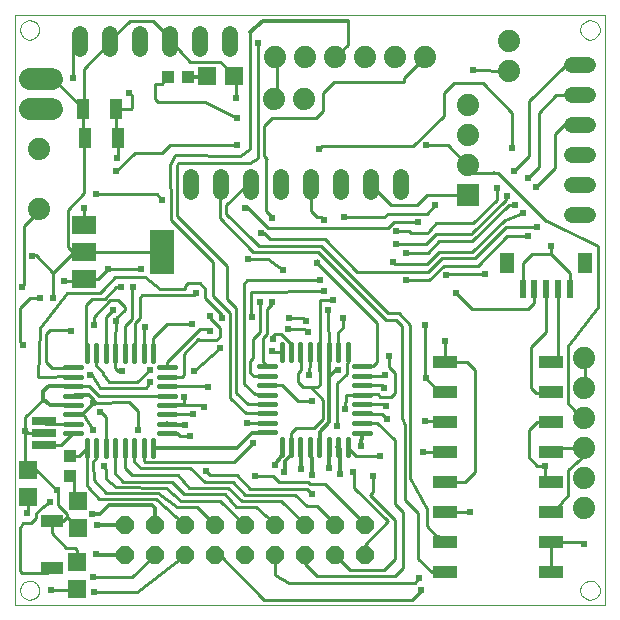
<source format=gtl>
G75*
G70*
%OFA0B0*%
%FSLAX24Y24*%
%IPPOS*%
%LPD*%
%AMOC8*
5,1,8,0,0,1.08239X$1,22.5*
%
%ADD10C,0.0000*%
%ADD11C,0.0170*%
%ADD12R,0.0440X0.0700*%
%ADD13R,0.0600X0.0600*%
%ADD14C,0.0520*%
%ADD15R,0.0787X0.0276*%
%ADD16R,0.0780X0.0400*%
%ADD17R,0.0800X0.0600*%
%ADD18R,0.0800X0.1500*%
%ADD19C,0.0740*%
%ADD20R,0.0740X0.0740*%
%ADD21R,0.0472X0.0709*%
%ADD22R,0.0236X0.0610*%
%ADD23OC8,0.0600*%
%ADD24R,0.0433X0.0394*%
%ADD25C,0.0740*%
%ADD26R,0.0790X0.0430*%
%ADD27R,0.0394X0.0433*%
%ADD28C,0.0098*%
%ADD29C,0.0242*%
%ADD30C,0.0118*%
D10*
X000534Y000171D02*
X000534Y019856D01*
X020219Y019856D01*
X020211Y000171D01*
X000534Y000171D01*
X000709Y000671D02*
X000746Y000822D01*
X000849Y000938D01*
X000995Y000994D01*
X001149Y000975D01*
X001277Y000887D01*
X001350Y000749D01*
X001350Y000593D01*
X001277Y000455D01*
X001149Y000367D01*
X000995Y000348D01*
X000849Y000404D01*
X000746Y000520D01*
X000709Y000671D01*
X000709Y019349D02*
X000746Y019500D01*
X000849Y019616D01*
X000995Y019672D01*
X001149Y019653D01*
X001277Y019565D01*
X001350Y019427D01*
X001350Y019271D01*
X001277Y019133D01*
X001149Y019045D01*
X000995Y019026D01*
X000849Y019082D01*
X000746Y019198D01*
X000709Y019349D01*
X019386Y019349D02*
X019423Y019500D01*
X019526Y019616D01*
X019672Y019672D01*
X019826Y019653D01*
X019954Y019565D01*
X020027Y019427D01*
X020027Y019271D01*
X019954Y019133D01*
X019826Y019045D01*
X019672Y019026D01*
X019526Y019082D01*
X019423Y019198D01*
X019386Y019349D01*
X019386Y000671D02*
X019423Y000822D01*
X019526Y000938D01*
X019672Y000994D01*
X019826Y000975D01*
X019954Y000887D01*
X020027Y000749D01*
X020027Y000593D01*
X019954Y000455D01*
X019826Y000367D01*
X019672Y000348D01*
X019526Y000404D01*
X019423Y000520D01*
X019386Y000671D01*
D11*
X012364Y005927D02*
X011834Y005927D01*
X011834Y006247D02*
X012364Y006247D01*
X012364Y006567D02*
X011834Y006567D01*
X011834Y006877D02*
X012364Y006877D01*
X012364Y007187D02*
X011834Y007187D01*
X011834Y007507D02*
X012364Y007507D01*
X012364Y007817D02*
X011834Y007817D01*
X011834Y008137D02*
X012364Y008137D01*
X011629Y008342D02*
X011629Y008872D01*
X011314Y008872D02*
X011314Y008342D01*
X010999Y008342D02*
X010999Y008872D01*
X010684Y008872D02*
X010684Y008342D01*
X010369Y008342D02*
X010369Y008872D01*
X010054Y008872D02*
X010054Y008342D01*
X009740Y008342D02*
X009740Y008872D01*
X009425Y008872D02*
X009425Y008342D01*
X009214Y008137D02*
X008684Y008137D01*
X008684Y007817D02*
X009214Y007817D01*
X009214Y007507D02*
X008684Y007507D01*
X008684Y007187D02*
X009214Y007187D01*
X009214Y006877D02*
X008684Y006877D01*
X008684Y006567D02*
X009214Y006567D01*
X009214Y006247D02*
X008684Y006247D01*
X008680Y005929D02*
X009210Y005929D01*
X009429Y005722D02*
X009429Y005192D01*
X009740Y005194D02*
X009740Y005724D01*
X010054Y005724D02*
X010054Y005194D01*
X010369Y005194D02*
X010369Y005724D01*
X010684Y005724D02*
X010684Y005194D01*
X010999Y005194D02*
X010999Y005724D01*
X011314Y005724D02*
X011314Y005194D01*
X011629Y005194D02*
X011629Y005724D01*
X005880Y005906D02*
X005350Y005906D01*
X005348Y006217D02*
X005878Y006217D01*
X005878Y006532D02*
X005348Y006532D01*
X005348Y006847D02*
X005878Y006847D01*
X005878Y007161D02*
X005348Y007161D01*
X005348Y007476D02*
X005878Y007476D01*
X005878Y007791D02*
X005348Y007791D01*
X005348Y008106D02*
X005878Y008106D01*
X005145Y008311D02*
X005145Y008841D01*
X004825Y008841D02*
X004825Y008311D01*
X004505Y008311D02*
X004505Y008841D01*
X004195Y008841D02*
X004195Y008311D01*
X003885Y008311D02*
X003885Y008841D01*
X003565Y008841D02*
X003565Y008311D01*
X003255Y008311D02*
X003255Y008841D01*
X002935Y008841D02*
X002935Y008311D01*
X002730Y008106D02*
X002200Y008106D01*
X002200Y007791D02*
X002730Y007791D01*
X002730Y007476D02*
X002200Y007476D01*
X002200Y007161D02*
X002730Y007161D01*
X002730Y006847D02*
X002200Y006847D01*
X002200Y006532D02*
X002730Y006532D01*
X002730Y006217D02*
X002200Y006217D01*
X002200Y005902D02*
X002730Y005902D01*
X002935Y005691D02*
X002935Y005161D01*
X003255Y005161D02*
X003255Y005691D01*
X003565Y005691D02*
X003565Y005161D01*
X003885Y005161D02*
X003885Y005691D01*
X004195Y005691D02*
X004195Y005161D01*
X004505Y005161D02*
X004505Y005691D01*
X004825Y005691D02*
X004825Y005161D01*
X005143Y005158D02*
X005143Y005688D01*
D12*
X003969Y015749D03*
X003913Y016700D03*
X002869Y015749D03*
X002813Y016700D03*
D13*
X006947Y017803D03*
X007847Y017803D03*
X000964Y004692D03*
X000964Y003792D03*
X002637Y003642D03*
X002637Y002742D03*
X002593Y001597D03*
X002593Y000697D03*
D14*
X006398Y013930D02*
X006398Y014450D01*
X007398Y014450D02*
X007398Y013930D01*
X008398Y013930D02*
X008398Y014450D01*
X009398Y014450D02*
X009398Y013930D01*
X010398Y013930D02*
X010398Y014450D01*
X011398Y014450D02*
X011398Y013930D01*
X012398Y013930D02*
X012398Y014450D01*
X013398Y014450D02*
X013398Y013930D01*
X019109Y014165D02*
X019629Y014165D01*
X019629Y015165D02*
X019109Y015165D01*
X019109Y016165D02*
X019629Y016165D01*
X019629Y017165D02*
X019109Y017165D01*
X019109Y018165D02*
X019629Y018165D01*
X019629Y013165D02*
X019109Y013165D01*
X007710Y018706D02*
X007710Y019226D01*
X006710Y019226D02*
X006710Y018706D01*
X005710Y018706D02*
X005710Y019226D01*
X004710Y019226D02*
X004710Y018706D01*
X003710Y018706D02*
X003710Y019226D01*
X002710Y019226D02*
X002710Y018706D01*
D15*
X001510Y006310D03*
X001510Y005916D03*
X001510Y005522D03*
D16*
X001765Y002983D03*
X001765Y001408D03*
D17*
X002840Y011047D03*
X002840Y011947D03*
X002840Y012847D03*
D18*
X005440Y011947D03*
D19*
X001327Y013378D03*
X001327Y015378D03*
X009180Y017041D03*
X010180Y017041D03*
X010219Y018439D03*
X009219Y018439D03*
X011219Y018439D03*
X012219Y018439D03*
X013219Y018439D03*
X014219Y018439D03*
X015644Y016833D03*
X015644Y015833D03*
X015644Y014833D03*
X017011Y017974D03*
X017011Y018974D03*
X019503Y008400D03*
X019503Y007400D03*
X019503Y006400D03*
X019503Y005400D03*
X019503Y004400D03*
X019503Y003400D03*
D20*
X015644Y013833D03*
D21*
X016951Y011591D03*
X019550Y011591D03*
D22*
X019038Y010715D03*
X018644Y010715D03*
X018251Y010715D03*
X017857Y010715D03*
X017463Y010715D03*
D23*
X012200Y002860D03*
X011200Y002860D03*
X011200Y001860D03*
X012200Y001860D03*
X010200Y001860D03*
X010200Y002860D03*
X009200Y002860D03*
X009200Y001860D03*
X008200Y001860D03*
X008200Y002860D03*
X007200Y002860D03*
X007200Y001860D03*
X006200Y001860D03*
X006200Y002860D03*
X005200Y002860D03*
X005200Y001860D03*
X004200Y001860D03*
X004200Y002860D03*
D24*
X005652Y017789D03*
X006322Y017789D03*
D25*
X001774Y017703D02*
X001034Y017703D01*
X001034Y016703D02*
X001774Y016703D01*
D26*
X014870Y008278D03*
X014870Y007278D03*
X014870Y006278D03*
X014870Y005278D03*
X014870Y004278D03*
X014870Y003278D03*
X014870Y002278D03*
X014870Y001278D03*
X018410Y001278D03*
X018410Y002278D03*
X018410Y003278D03*
X018410Y004278D03*
X018410Y005278D03*
X018410Y006278D03*
X018410Y007278D03*
X018410Y008278D03*
D27*
X002389Y005144D03*
X002389Y004474D03*
D28*
X002392Y004474D01*
X002518Y004349D01*
X002518Y003758D01*
X002637Y003640D01*
X002637Y003642D01*
X002637Y003640D02*
X002660Y003616D01*
X002266Y003223D02*
X002266Y003124D01*
X002266Y003104D01*
X002145Y002983D01*
X001765Y002983D01*
X001765Y002563D01*
X002247Y002081D01*
X002542Y002081D01*
X002601Y002022D01*
X002601Y001589D01*
X002593Y001597D01*
X002534Y001597D01*
X002562Y001569D01*
X003133Y001097D02*
X004436Y001097D01*
X005200Y001860D01*
X006200Y001860D02*
X004609Y000604D01*
X003172Y000604D01*
X002593Y000697D02*
X002516Y000697D01*
X002503Y000683D01*
X001755Y000683D01*
X001617Y001254D02*
X001715Y001352D01*
X001706Y001362D01*
X001765Y001408D01*
X001617Y001254D02*
X000770Y001254D01*
X000692Y001313D01*
X000692Y002730D01*
X000810Y002908D01*
X001085Y002908D01*
X001243Y003065D01*
X001243Y003242D01*
X001459Y003459D01*
X001499Y003478D01*
X001696Y003616D01*
X001971Y003518D02*
X002266Y003223D01*
X002266Y003124D02*
X002640Y002750D01*
X002637Y002746D01*
X002637Y002742D01*
X001971Y003518D02*
X001971Y003951D01*
X001951Y004010D01*
X001230Y004692D01*
X000964Y004692D01*
X000964Y004696D01*
X000967Y004699D01*
X000889Y004778D01*
X000889Y005978D01*
X000908Y005978D01*
X000971Y005916D01*
X001510Y005916D01*
X001575Y006217D02*
X001483Y006310D01*
X001510Y006310D01*
X001483Y006310D02*
X001479Y006313D01*
X001575Y006217D02*
X002465Y006217D01*
X002465Y006532D02*
X002702Y006512D01*
X002778Y006530D02*
X003152Y006904D01*
X003152Y006923D01*
X003172Y006923D01*
X003133Y006963D01*
X003133Y007061D01*
X003192Y006943D02*
X003172Y006923D01*
X003152Y006923D02*
X004353Y006943D01*
X004648Y006648D01*
X004648Y006018D01*
X004505Y005426D02*
X004505Y004980D01*
X004511Y004974D01*
X004505Y004969D01*
X004505Y004960D01*
X004727Y004738D01*
X006361Y004738D01*
X006873Y004266D01*
X007818Y004266D01*
X008192Y003852D01*
X009885Y003852D01*
X010259Y003478D01*
X010593Y003478D01*
X011203Y002868D01*
X011200Y002864D01*
X011200Y002860D01*
X012200Y002860D02*
X012207Y002868D01*
X010869Y004207D01*
X010377Y004207D01*
X010298Y004286D01*
X009333Y004286D01*
X009156Y004463D01*
X008526Y004463D01*
X008369Y004049D02*
X010278Y004049D01*
X010455Y003872D01*
X010200Y002868D02*
X009412Y003656D01*
X008093Y003656D01*
X007640Y004069D01*
X006341Y004069D01*
X005967Y004502D01*
X004451Y004502D01*
X004195Y004759D01*
X004195Y005426D01*
X003885Y005426D02*
X003885Y004576D01*
X004156Y004286D01*
X005790Y004286D01*
X006164Y003872D01*
X007542Y003872D01*
X007916Y003459D01*
X008585Y003459D01*
X009200Y002864D01*
X009200Y002860D01*
X010200Y002868D02*
X010200Y002860D01*
X010200Y001860D02*
X010200Y001549D01*
X010593Y001136D01*
X013192Y001136D01*
X013467Y001411D01*
X013467Y003262D01*
X013192Y003537D01*
X013192Y005663D01*
X012621Y006234D01*
X012385Y006234D01*
X012070Y006549D02*
X012778Y006549D01*
X012936Y006392D01*
X012916Y006825D02*
X012864Y006877D01*
X012099Y006877D01*
X012099Y007187D02*
X012099Y007209D01*
X012630Y007209D01*
X012719Y007120D01*
X013074Y007120D01*
X013211Y007258D01*
X013211Y007908D01*
X012995Y008124D01*
X012995Y008478D01*
X012601Y008282D02*
X012463Y008144D01*
X012109Y008144D01*
X012099Y008133D01*
X012099Y008137D01*
X012099Y008133D02*
X012089Y008124D01*
X012099Y007817D02*
X012865Y007817D01*
X012877Y007829D01*
X012766Y007507D02*
X012857Y007415D01*
X012766Y007507D02*
X012099Y007507D01*
X012089Y007219D02*
X012099Y007209D01*
X012099Y007187D02*
X011566Y007187D01*
X011558Y006726D01*
X011263Y006156D02*
X011263Y007573D01*
X011597Y007868D01*
X011597Y008203D01*
X011637Y008282D01*
X011637Y008656D01*
X011629Y008648D01*
X011629Y008607D01*
X011629Y008608D01*
X011322Y008636D02*
X011322Y009286D01*
X011459Y009423D01*
X011459Y009738D01*
X010967Y010014D02*
X011007Y008616D01*
X010999Y008609D01*
X010999Y008607D01*
X011302Y008616D02*
X011322Y008636D01*
X011302Y008616D02*
X011311Y008607D01*
X011314Y008607D01*
X011302Y008006D02*
X011203Y008006D01*
X011007Y007809D01*
X010999Y007809D01*
X010692Y007967D02*
X010692Y007514D01*
X010613Y007435D01*
X010396Y007435D01*
X010810Y007022D01*
X010810Y006372D01*
X010514Y006077D01*
X009904Y006077D01*
X009747Y005919D01*
X009747Y005427D01*
X009740Y005434D01*
X009740Y005459D01*
X008959Y006234D02*
X008949Y006245D01*
X008949Y006247D01*
X008959Y006234D02*
X008290Y006234D01*
X008231Y006569D02*
X008940Y006569D01*
X008942Y006567D01*
X008949Y006567D01*
X008920Y006864D02*
X008310Y006864D01*
X007916Y007258D01*
X007916Y010073D01*
X007601Y010388D01*
X007601Y011490D01*
X005948Y013144D01*
X005948Y014797D01*
X005967Y014915D01*
X008389Y014915D01*
X008644Y015073D01*
X008644Y017967D01*
X008644Y018911D01*
X008369Y019286D02*
X008389Y015368D01*
X008034Y015152D01*
X005889Y015171D01*
X005711Y014856D01*
X005731Y013301D01*
X005731Y013026D01*
X007129Y011628D01*
X007129Y010486D01*
X007719Y009896D01*
X007719Y007081D01*
X008231Y006569D01*
X008526Y007199D02*
X008979Y007199D01*
X008991Y007187D01*
X008949Y007187D01*
X008971Y007187D01*
X008979Y007179D01*
X008991Y007187D02*
X008999Y007179D01*
X008949Y007187D02*
X008947Y007187D01*
X008949Y007507D02*
X009458Y007507D01*
X009983Y006982D01*
X010436Y006982D01*
X010396Y007435D02*
X010140Y007435D01*
X009963Y007612D01*
X009963Y007927D01*
X010062Y008026D01*
X010062Y008636D01*
X010369Y008607D02*
X010369Y008097D01*
X010357Y008085D01*
X010357Y007849D01*
X009747Y008557D02*
X009747Y008872D01*
X009392Y009226D01*
X009215Y009226D01*
X009156Y009167D01*
X009156Y009030D01*
X008940Y009207D02*
X008822Y009089D01*
X008802Y009089D01*
X008802Y008282D01*
X008949Y008135D01*
X008949Y008137D01*
X008953Y008137D01*
X008959Y008144D01*
X008949Y008135D02*
X008959Y008124D01*
X008979Y007829D02*
X008967Y007817D01*
X008949Y007817D01*
X008952Y007817D01*
X008959Y007809D01*
X008507Y007809D01*
X008389Y007927D01*
X008389Y008301D01*
X008487Y008400D01*
X008487Y009030D01*
X008723Y009266D01*
X008723Y010270D01*
X008940Y010034D02*
X008940Y009207D01*
X008448Y009778D02*
X008408Y009797D01*
X008408Y010604D01*
X010829Y010644D01*
X010711Y010998D02*
X008290Y010998D01*
X008172Y010880D01*
X008172Y010467D01*
X008172Y010565D01*
X008172Y010467D02*
X008172Y007553D01*
X008526Y007199D01*
X008920Y006864D02*
X008933Y006877D01*
X008949Y006877D01*
X008979Y007789D02*
X008959Y007809D01*
X009747Y008557D02*
X009740Y008564D01*
X009740Y008607D01*
X009425Y008607D02*
X009146Y008607D01*
X009097Y008656D01*
X009648Y009384D02*
X010180Y009384D01*
X010298Y009266D01*
X010259Y009640D02*
X010239Y009660D01*
X010140Y009758D01*
X009668Y009758D01*
X009117Y010211D02*
X008940Y010034D01*
X009117Y010211D02*
X009117Y010270D01*
X009491Y011333D02*
X008959Y011707D01*
X008310Y011707D01*
X008487Y011943D02*
X010652Y011943D01*
X012916Y009679D01*
X013231Y009679D01*
X013428Y009482D01*
X013428Y006411D01*
X013526Y006195D01*
X013526Y003695D01*
X013979Y003242D01*
X013979Y001726D01*
X014432Y001274D01*
X014845Y001274D01*
X014849Y001278D01*
X014870Y001278D01*
X014077Y000663D02*
X014077Y000644D01*
X013763Y000329D01*
X008841Y000329D01*
X007326Y001864D01*
X007203Y001864D01*
X007200Y001860D01*
X007207Y002849D02*
X007200Y002856D01*
X006617Y003439D01*
X005948Y003439D01*
X005318Y003911D01*
X003585Y003911D01*
X003172Y004345D01*
X003152Y004935D01*
X003255Y005077D01*
X003255Y005426D01*
X002936Y005408D02*
X002672Y005144D01*
X002389Y005144D01*
X002086Y005522D02*
X002465Y005901D01*
X002465Y005902D01*
X002086Y005522D02*
X001510Y005522D01*
X000889Y005978D02*
X000889Y006451D01*
X001499Y007061D01*
X001479Y007061D01*
X001322Y007770D02*
X002503Y007809D01*
X002465Y007791D01*
X002463Y008085D02*
X002465Y008086D01*
X001773Y008086D01*
X001577Y008282D01*
X001577Y009207D01*
X001715Y009345D01*
X002385Y009345D01*
X002424Y009305D01*
X002424Y009325D01*
X002896Y008616D02*
X002955Y008577D01*
X002954Y008576D01*
X002935Y008576D01*
X002935Y008596D01*
X002936Y008597D01*
X002936Y008577D02*
X002935Y008576D01*
X002935Y008576D01*
X002935Y008537D01*
X002936Y008537D01*
X002935Y008537D02*
X002916Y008518D01*
X002896Y008616D02*
X002896Y010191D01*
X003113Y010388D01*
X003526Y010388D01*
X003920Y010782D01*
X004077Y010782D01*
X004432Y010723D02*
X004491Y010782D01*
X004432Y010723D02*
X004432Y009719D01*
X004196Y009482D01*
X004196Y008557D01*
X004195Y008557D01*
X004195Y008576D01*
X004197Y008576D01*
X004196Y008577D01*
X004197Y008576D02*
X004215Y008557D01*
X004195Y008557D02*
X004176Y008537D01*
X004195Y008576D02*
X004195Y008479D01*
X004215Y008459D01*
X004471Y008537D02*
X004505Y008571D01*
X004550Y008616D01*
X004550Y009581D01*
X004707Y009738D01*
X004707Y010427D01*
X004786Y010506D01*
X006499Y010506D01*
X006577Y010585D01*
X006873Y010723D02*
X006696Y010900D01*
X006302Y010900D01*
X006223Y010821D01*
X006223Y010723D01*
X005377Y010723D01*
X004885Y011097D01*
X003881Y011097D01*
X003467Y010683D01*
X003467Y010663D01*
X003389Y010585D01*
X002286Y010585D01*
X001361Y009423D01*
X001322Y007770D01*
X002424Y007474D02*
X003014Y007474D01*
X003329Y007160D01*
X003408Y007160D01*
X003702Y007161D01*
X005613Y007161D01*
X005613Y007474D02*
X006971Y007474D01*
X006991Y007455D01*
X006772Y006847D02*
X006833Y006786D01*
X006772Y006847D02*
X006184Y006847D01*
X006184Y007120D01*
X006459Y006530D02*
X005613Y006530D01*
X005613Y006531D01*
X005613Y006532D01*
X005633Y006825D02*
X005613Y006844D01*
X005613Y006845D01*
X005613Y006847D01*
X005631Y006847D01*
X005652Y006825D01*
X005613Y006844D02*
X005613Y006847D01*
X005613Y006845D02*
X005613Y006845D01*
X005613Y007474D02*
X005613Y007476D01*
X005613Y007476D01*
X005672Y007770D02*
X005692Y007789D01*
X006105Y007789D01*
X006164Y007849D01*
X006164Y008537D01*
X006656Y009030D01*
X006676Y009010D01*
X007247Y009010D01*
X007365Y009128D01*
X007365Y009423D01*
X007050Y009738D01*
X007050Y009797D01*
X007444Y009758D02*
X007444Y009837D01*
X006873Y010408D01*
X006873Y010723D01*
X007444Y009758D02*
X007444Y009738D01*
X007030Y009305D02*
X006971Y009364D01*
X006696Y009364D01*
X005613Y008282D01*
X005613Y008106D01*
X005613Y007791D02*
X005650Y007791D01*
X005672Y007770D01*
X005613Y007791D02*
X005613Y007790D01*
X005613Y007789D01*
X005042Y007612D02*
X004924Y007396D01*
X003389Y007396D01*
X003093Y007829D01*
X003054Y007829D01*
X003255Y008159D02*
X003467Y007947D01*
X003467Y007888D01*
X003684Y007612D01*
X004609Y007612D01*
X005042Y008006D01*
X005160Y008537D02*
X005145Y008553D01*
X005140Y008557D01*
X005140Y009089D01*
X005593Y009541D01*
X006440Y009541D01*
X006164Y008557D02*
X006164Y008537D01*
X006499Y007986D02*
X007385Y008734D01*
X006499Y007986D02*
X006499Y007967D01*
X005180Y008577D02*
X005160Y008557D01*
X005145Y008572D01*
X005145Y008576D01*
X005145Y008553D01*
X005145Y008576D02*
X005145Y008631D01*
X005140Y008636D01*
X005140Y008577D02*
X005141Y008576D01*
X005145Y008576D01*
X004826Y008557D02*
X004826Y009404D01*
X004865Y009443D01*
X004196Y010014D02*
X004196Y010112D01*
X003979Y010329D01*
X003723Y010329D01*
X003172Y009778D01*
X003172Y009502D01*
X003566Y009778D02*
X003566Y008498D01*
X003565Y008499D01*
X003565Y008576D01*
X003255Y008576D02*
X003255Y008159D01*
X002465Y008106D02*
X002465Y008086D01*
X002465Y007476D02*
X002426Y007476D01*
X002424Y007474D01*
X003014Y007179D02*
X003034Y007179D01*
X003192Y006943D02*
X003231Y006943D01*
X003369Y006608D02*
X003408Y006608D01*
X003566Y006451D01*
X003566Y005388D01*
X003585Y005368D01*
X003585Y005388D02*
X003565Y005408D01*
X003565Y005426D01*
X003565Y005389D01*
X003566Y005388D01*
X003507Y004817D02*
X003565Y004680D01*
X003565Y004385D01*
X003920Y004108D01*
X005574Y004089D01*
X006085Y003636D01*
X007385Y003636D01*
X008192Y002849D01*
X008200Y002856D01*
X008200Y002860D01*
X007200Y002856D02*
X007200Y002860D01*
X006203Y002849D02*
X006200Y002852D01*
X005239Y003715D01*
X003349Y003715D01*
X003004Y004079D01*
X003005Y004079D01*
X003014Y004089D01*
X002935Y004168D01*
X002935Y005426D01*
X002935Y005408D01*
X002936Y005408D01*
X003133Y006018D02*
X002796Y006532D01*
X002796Y006547D01*
X002796Y006532D02*
X002778Y006532D01*
X002778Y006530D01*
X002778Y006532D02*
X002465Y006532D01*
X003959Y007986D02*
X003881Y008065D01*
X003881Y008557D01*
X003881Y008577D01*
X003881Y009286D01*
X003900Y009305D01*
X003900Y009640D01*
X003920Y009738D01*
X004196Y010014D01*
X003802Y010014D02*
X003566Y009778D01*
X003881Y008577D02*
X003900Y008577D01*
X003900Y008576D01*
X003885Y008576D01*
X003882Y008576D02*
X003881Y008577D01*
X003885Y008562D02*
X003881Y008557D01*
X003959Y007986D02*
X004097Y007986D01*
X004505Y008571D02*
X004505Y008576D01*
X002798Y010978D02*
X002857Y011037D01*
X003310Y011037D01*
X003644Y011372D01*
X004747Y011372D01*
X005432Y011947D02*
X005440Y011939D01*
X005440Y011947D01*
X005440Y011939D02*
X005455Y011923D01*
X005432Y011947D02*
X002840Y011947D01*
X002840Y011940D01*
X002837Y011943D01*
X002503Y011943D01*
X001794Y011234D01*
X001243Y011845D01*
X001105Y011825D01*
X000849Y011923D02*
X000829Y012100D01*
X000829Y012809D01*
X001327Y013306D01*
X001327Y013378D01*
X002306Y013360D02*
X002306Y012120D01*
X002483Y011943D01*
X002503Y011943D01*
X002840Y011940D02*
X002857Y011923D01*
X002847Y011047D02*
X002840Y011047D01*
X002847Y011047D02*
X002857Y011037D01*
X002798Y010978D02*
X002168Y010978D01*
X001794Y011234D02*
X001794Y010408D01*
X001381Y010427D02*
X001046Y010408D01*
X000711Y010073D01*
X000711Y008951D01*
X000810Y008852D01*
X000770Y010762D02*
X000849Y010841D01*
X000849Y011923D01*
X002306Y013360D02*
X002857Y013911D01*
X002857Y015703D01*
X002813Y015747D01*
X002813Y016700D01*
X002825Y016700D01*
X001822Y017703D01*
X001404Y017703D01*
X002463Y017750D02*
X002463Y018734D01*
X002700Y018971D01*
X002704Y018966D01*
X002710Y018966D01*
X002825Y018053D02*
X002825Y016680D01*
X002837Y016667D01*
X002825Y016680D02*
X002813Y016692D01*
X002813Y016700D01*
X002813Y016672D01*
X002837Y016648D01*
X002837Y016687D02*
X002825Y016700D01*
X002869Y015749D02*
X002869Y015715D01*
X002857Y015703D01*
X003913Y015789D02*
X003969Y015733D01*
X003969Y015749D01*
X003969Y015733D02*
X003979Y015723D01*
X003979Y015112D01*
X003940Y015073D01*
X003920Y014640D02*
X004530Y015250D01*
X005455Y015250D01*
X005711Y015506D01*
X007936Y015506D01*
X007955Y015506D01*
X007955Y016411D02*
X006873Y016943D01*
X005318Y016943D01*
X005200Y017061D01*
X005200Y017553D01*
X005436Y017553D01*
X005652Y017770D01*
X005652Y017789D01*
X006322Y017789D02*
X006335Y017803D01*
X006947Y017803D01*
X006951Y017849D02*
X006892Y017789D01*
X006322Y017789D01*
X006381Y018262D02*
X007385Y018262D01*
X007863Y017842D01*
X007847Y017803D01*
X007863Y017842D02*
X007896Y017809D01*
X007896Y017081D01*
X008644Y017967D02*
X008644Y017986D01*
X009215Y018439D02*
X009259Y018396D01*
X009259Y017124D01*
X009176Y017041D01*
X009180Y017041D01*
X009097Y016411D02*
X008841Y016156D01*
X008841Y015132D01*
X008940Y015034D01*
X008920Y015034D01*
X008920Y015053D01*
X008920Y015034D02*
X008920Y013301D01*
X009077Y013144D01*
X009077Y013104D01*
X009097Y013085D01*
X008979Y012750D02*
X012975Y012750D01*
X013172Y012947D01*
X013979Y012947D01*
X014274Y013223D02*
X014550Y013498D01*
X014274Y013833D02*
X013940Y013498D01*
X013074Y013498D01*
X012398Y014174D01*
X012398Y014190D01*
X012975Y013223D02*
X014274Y013223D01*
X014589Y012908D02*
X014373Y012691D01*
X014392Y012691D01*
X014274Y012573D01*
X013743Y012573D01*
X013684Y012632D01*
X013251Y012632D01*
X013231Y012219D02*
X014235Y012219D01*
X014570Y012553D01*
X015770Y012553D01*
X015770Y012573D01*
X016892Y013695D01*
X016892Y013813D01*
X016932Y013813D01*
X017011Y013518D02*
X015790Y012297D01*
X015770Y012317D01*
X014688Y012317D01*
X014294Y011923D01*
X013566Y011923D01*
X013546Y011943D01*
X013133Y011608D02*
X013211Y011530D01*
X014274Y011530D01*
X014688Y011943D01*
X015790Y011943D01*
X016873Y013026D01*
X017483Y013242D01*
X017207Y013518D02*
X017011Y013518D01*
X016597Y013695D02*
X016597Y014089D01*
X016597Y013695D02*
X015810Y012908D01*
X014589Y012908D01*
X014274Y013833D02*
X015644Y013833D01*
X015751Y014581D02*
X015703Y014628D01*
X015644Y014833D01*
X015644Y014825D01*
X014963Y015506D01*
X014235Y015506D01*
X013822Y015486D02*
X014826Y016490D01*
X014826Y017238D01*
X015160Y017573D01*
X016125Y017573D01*
X017109Y016589D01*
X017109Y015408D01*
X017680Y015132D02*
X017168Y014640D01*
X017640Y014404D02*
X018014Y014778D01*
X018014Y016589D01*
X018591Y017165D01*
X019369Y017165D01*
X019369Y018165D02*
X018862Y018165D01*
X018862Y018145D01*
X017680Y016963D01*
X017680Y015132D01*
X018546Y014758D02*
X017916Y014128D01*
X018546Y014758D02*
X018546Y015880D01*
X018831Y016165D01*
X019369Y016165D01*
X017030Y017967D02*
X017022Y017974D01*
X017011Y017986D01*
X015810Y018006D01*
X017011Y017974D02*
X017022Y017974D01*
X014219Y018439D02*
X014215Y018439D01*
X013507Y017730D01*
X013507Y017612D01*
X011184Y017612D01*
X010810Y017238D01*
X010810Y016648D01*
X010574Y016411D01*
X009097Y016411D01*
X010672Y015368D02*
X010790Y015486D01*
X013822Y015486D01*
X015644Y014825D02*
X015652Y014817D01*
X015751Y014581D02*
X016479Y014581D01*
X016499Y014600D01*
X016479Y014581D02*
X016656Y014581D01*
X018251Y012986D01*
X018290Y012986D01*
X019983Y012140D01*
X019983Y010112D01*
X018959Y008813D01*
X018959Y006923D01*
X019424Y006400D01*
X019503Y006400D01*
X019570Y005408D02*
X018566Y005408D01*
X018410Y005252D01*
X018410Y005278D01*
X018410Y005252D02*
X018408Y005250D01*
X018192Y004817D02*
X017955Y004817D01*
X017660Y005112D01*
X017660Y005998D01*
X017940Y006278D01*
X018424Y006278D01*
X018448Y006254D01*
X018424Y006278D02*
X018410Y006278D01*
X018369Y007258D02*
X017896Y007258D01*
X017739Y007415D01*
X017739Y008774D01*
X018251Y009286D01*
X018251Y010715D01*
X018644Y010715D02*
X018644Y008478D01*
X018428Y008262D01*
X018412Y008278D01*
X018410Y008278D01*
X018408Y007297D02*
X018369Y007258D01*
X018410Y007278D02*
X018410Y007295D01*
X018408Y007297D01*
X019503Y007400D02*
X019581Y007447D01*
X019589Y007455D01*
X019581Y007463D01*
X019503Y008400D01*
X017857Y010250D02*
X017640Y010034D01*
X015790Y010034D01*
X015239Y010585D01*
X014924Y011175D02*
X014963Y011215D01*
X016203Y011215D01*
X015967Y011490D02*
X014845Y011490D01*
X014353Y010998D01*
X013585Y010998D01*
X013211Y011274D02*
X011932Y011274D01*
X010889Y012376D01*
X009058Y012376D01*
X008841Y012593D01*
X008743Y012593D01*
X008430Y012374D02*
X008664Y012140D01*
X010751Y012140D01*
X012975Y009915D01*
X013329Y009915D01*
X013723Y009522D01*
X013723Y004423D01*
X014282Y003392D01*
X014282Y002801D01*
X014589Y002494D01*
X014629Y002494D01*
X014845Y002278D01*
X014870Y002278D01*
X014885Y003262D02*
X014869Y003278D01*
X014870Y003278D01*
X014869Y003278D02*
X014865Y003282D01*
X014885Y003262D02*
X015711Y003262D01*
X015554Y004266D02*
X014885Y004266D01*
X014873Y004278D01*
X014870Y004278D01*
X015554Y004266D02*
X015889Y004600D01*
X015889Y008006D01*
X015617Y008278D01*
X014870Y008278D01*
X014829Y008278D01*
X014826Y008282D01*
X014885Y008341D01*
X014885Y008990D01*
X014215Y009522D02*
X014215Y007770D01*
X014255Y007730D01*
X014235Y007730D01*
X014688Y007278D01*
X014870Y007278D01*
X014274Y007711D02*
X014255Y007730D01*
X014196Y006313D02*
X014826Y006313D01*
X014865Y006274D01*
X014869Y006278D01*
X014870Y006278D01*
X014924Y005289D02*
X014156Y005289D01*
X014870Y005278D02*
X014912Y005278D01*
X014924Y005289D01*
X013467Y003262D02*
X013465Y003260D01*
X013461Y003260D01*
X013467Y003242D01*
X013211Y003006D02*
X013211Y001707D01*
X013192Y001707D01*
X012837Y001352D01*
X011715Y001352D01*
X011207Y001860D01*
X011200Y001860D01*
X012200Y001860D02*
X012200Y002191D01*
X012975Y002967D01*
X011853Y004089D01*
X011853Y004561D01*
X011912Y005152D02*
X011617Y005447D01*
X011629Y005459D01*
X011629Y005459D01*
X011912Y005152D02*
X012719Y005152D01*
X012483Y004482D02*
X012483Y003931D01*
X012385Y003833D01*
X012444Y003774D01*
X012424Y003793D01*
X012444Y003774D02*
X013211Y003006D01*
X013999Y001077D02*
X013861Y000919D01*
X009688Y000919D01*
X009200Y001171D01*
X009200Y001860D01*
X008369Y004049D02*
X007936Y004502D01*
X007030Y004502D01*
X006892Y004640D01*
X007857Y004935D02*
X008487Y005565D01*
X007857Y004935D02*
X004865Y004935D01*
X005534Y004935D01*
X004865Y004935D02*
X004826Y004974D01*
X004826Y005426D01*
X004825Y005426D01*
X005615Y005917D02*
X005930Y005917D01*
X006026Y005821D01*
X006361Y005821D01*
X006381Y005821D01*
X006200Y002860D02*
X006200Y002852D01*
X003585Y003911D02*
X003566Y003911D01*
X003004Y004079D02*
X002994Y004089D01*
X000964Y003792D02*
X000964Y003337D01*
X000948Y003242D01*
X002522Y000703D02*
X002516Y000697D01*
X010692Y008636D02*
X010692Y010329D01*
X010711Y010349D01*
X011125Y010349D01*
X011144Y010329D01*
X010613Y011589D02*
X010593Y011667D01*
X010613Y011589D02*
X012601Y009581D01*
X012601Y008282D01*
X013192Y011274D02*
X013211Y011274D01*
X014314Y011274D01*
X014786Y011746D01*
X015869Y011746D01*
X016892Y012770D01*
X017936Y012770D01*
X017955Y012789D01*
X017640Y012474D02*
X016951Y012474D01*
X015967Y011490D01*
X017463Y011569D02*
X017463Y010715D01*
X017463Y010683D01*
X017857Y010715D02*
X017857Y010250D01*
X019038Y010715D02*
X019038Y011234D01*
X018408Y011864D01*
X017759Y011864D01*
X017463Y011569D01*
X018408Y011864D02*
X018408Y012160D01*
X012975Y013223D02*
X012857Y013104D01*
X011518Y013104D01*
X010829Y013026D02*
X010731Y013124D01*
X010593Y013124D01*
X010398Y013320D01*
X010398Y014190D01*
X008979Y012750D02*
X008290Y013439D01*
X008211Y013419D01*
X007581Y013498D02*
X007581Y013223D01*
X008428Y012376D01*
X008426Y012374D01*
X008425Y012374D01*
X008430Y012374D01*
X008425Y012374D02*
X008408Y012396D01*
X008487Y011943D02*
X007365Y013065D01*
X007365Y014167D01*
X007388Y014190D01*
X007398Y014190D01*
X007581Y013498D02*
X008274Y014190D01*
X008398Y014190D01*
X005436Y013675D02*
X005278Y013892D01*
X003251Y013892D01*
X002857Y013400D02*
X002840Y013146D01*
X002840Y012847D01*
X003913Y015789D02*
X003913Y016700D01*
X004405Y016700D01*
X004451Y016746D01*
X004451Y017160D01*
X004373Y017238D01*
X004353Y017238D01*
X002825Y018053D02*
X003738Y018966D01*
X003710Y018966D01*
X003710Y018997D01*
X004373Y019660D01*
X005140Y019660D01*
X005180Y019620D01*
X005180Y019600D01*
X005731Y019049D01*
X005710Y019028D01*
X005710Y018966D01*
X005736Y018966D01*
X006381Y018262D01*
X003743Y018971D02*
X003738Y018966D01*
X009215Y018439D02*
X009219Y018439D01*
X011219Y018439D02*
X011223Y018439D01*
X011637Y018852D01*
X011637Y019660D01*
X019503Y005400D02*
X019577Y005400D01*
X019570Y005408D01*
X019570Y005211D01*
X018979Y004679D01*
X018979Y003852D01*
X018574Y003388D01*
X018554Y003388D01*
X018428Y003262D01*
X018412Y003278D01*
X018410Y003278D01*
X018432Y003278D01*
X018448Y003262D01*
X018428Y004266D02*
X018416Y004278D01*
X018270Y004423D01*
X018231Y004384D01*
X018211Y004404D01*
X018211Y004797D01*
X018192Y004817D01*
X018211Y004482D02*
X018270Y004423D01*
X018410Y004278D02*
X018416Y004278D01*
X018410Y002278D02*
X018410Y001296D01*
X018392Y001278D01*
X018410Y001278D01*
X018392Y001278D02*
X018389Y001274D01*
X018410Y002278D02*
X019471Y002278D01*
X019530Y002219D01*
X019511Y002219D01*
D29*
X019511Y002219D03*
X018211Y004797D03*
X015711Y003262D03*
X014156Y005289D03*
X014196Y006313D03*
X012936Y006392D03*
X012916Y006825D03*
X012857Y007415D03*
X012877Y007829D03*
X012995Y008478D03*
X014235Y007730D03*
X014885Y008990D03*
X014215Y009522D03*
X015239Y010585D03*
X014924Y011175D03*
X016203Y011215D03*
X017640Y012474D03*
X017955Y012789D03*
X017483Y013242D03*
X017207Y013518D03*
X016932Y013813D03*
X016597Y014089D03*
X017168Y014640D03*
X017640Y014404D03*
X017916Y014128D03*
X017109Y015408D03*
X015810Y018006D03*
X014235Y015506D03*
X014550Y013498D03*
X013979Y012947D03*
X013251Y012632D03*
X013231Y012219D03*
X013566Y011923D03*
X013133Y011608D03*
X013585Y010998D03*
X011459Y009738D03*
X010967Y010014D03*
X011144Y010329D03*
X010829Y010644D03*
X010711Y010998D03*
X010613Y011589D03*
X009491Y011333D03*
X009117Y010270D03*
X008723Y010270D03*
X008448Y009778D03*
X009156Y009030D03*
X009097Y008656D03*
X009648Y009384D03*
X009668Y009758D03*
X010239Y009660D03*
X010298Y009266D03*
X011302Y008006D03*
X010357Y007849D03*
X010436Y006982D03*
X011263Y006156D03*
X011558Y006726D03*
X012089Y005486D03*
X012719Y005152D03*
X012483Y004482D03*
X011814Y004600D03*
X011361Y004541D03*
X011007Y004738D03*
X010455Y004522D03*
X010081Y004699D03*
X009511Y004600D03*
X009196Y004856D03*
X008526Y004463D03*
X008487Y005565D03*
X008290Y006234D03*
X006991Y007455D03*
X006833Y006786D03*
X006459Y006530D03*
X006223Y006195D03*
X006361Y005821D03*
X006892Y004640D03*
X004648Y006018D03*
X003369Y006608D03*
X003152Y006923D03*
X003133Y006018D03*
X003507Y004817D03*
X003113Y003203D03*
X003290Y002849D03*
X003251Y001864D03*
X003133Y001097D03*
X003172Y000604D03*
X001755Y000683D03*
X000948Y003242D03*
X001696Y003616D03*
X001951Y004010D03*
X000889Y005978D03*
X003054Y007829D03*
X004097Y007986D03*
X005042Y008006D03*
X005042Y007612D03*
X006184Y007120D03*
X006499Y007967D03*
X007385Y008734D03*
X007030Y009305D03*
X007444Y009758D03*
X007050Y009797D03*
X006440Y009541D03*
X006577Y010585D03*
X008310Y011707D03*
X008743Y012593D03*
X009097Y013085D03*
X008211Y013419D03*
X007936Y015506D03*
X007955Y016411D03*
X007896Y017081D03*
X008644Y018911D03*
X010672Y015368D03*
X011518Y013104D03*
X010829Y013026D03*
X005436Y013675D03*
X003920Y014640D03*
X003940Y015073D03*
X003251Y013892D03*
X002857Y013400D03*
X001105Y011825D03*
X002168Y010978D03*
X001794Y010408D03*
X001381Y010427D03*
X000770Y010762D03*
X002424Y009325D03*
X003172Y009502D03*
X003802Y010014D03*
X003900Y009640D03*
X004865Y009443D03*
X004491Y010782D03*
X004077Y010782D03*
X003644Y011372D03*
X004747Y011372D03*
X000810Y008852D03*
X004353Y017238D03*
X002463Y017750D03*
X010455Y003872D03*
X013999Y001077D03*
X014077Y000663D03*
X018408Y012160D03*
D30*
X012385Y006234D02*
X012070Y006234D01*
X012082Y006247D01*
X012099Y006247D01*
X012101Y005927D02*
X012099Y005927D01*
X012101Y005927D02*
X012109Y005919D01*
X012089Y005486D01*
X011361Y005368D02*
X011361Y004541D01*
X011007Y004738D02*
X011007Y005447D01*
X010999Y005455D01*
X010999Y005459D01*
X011282Y005447D02*
X011361Y005368D01*
X011314Y005459D02*
X011294Y005459D01*
X011282Y005447D01*
X010692Y005447D02*
X010692Y005959D01*
X010999Y006266D01*
X010999Y007809D01*
X010999Y007683D01*
X010999Y007809D02*
X010999Y008607D01*
X010692Y008636D02*
X010692Y007967D01*
X010684Y008607D02*
X010684Y008628D01*
X010692Y008636D01*
X010062Y008636D02*
X010054Y008629D01*
X010054Y008607D01*
X012087Y006567D02*
X012099Y006567D01*
X012087Y006567D02*
X012070Y006549D01*
X010684Y005459D02*
X010684Y005454D01*
X010692Y005447D01*
X010377Y005447D02*
X010377Y005171D01*
X010455Y005093D01*
X010455Y004522D01*
X010081Y004699D02*
X010062Y005447D01*
X010054Y005454D01*
X010054Y005459D01*
X010369Y005454D02*
X010369Y005459D01*
X010369Y005454D02*
X010377Y005447D01*
X009740Y005459D02*
X009740Y005164D01*
X009550Y004974D01*
X009550Y004620D01*
X009511Y004600D01*
X009196Y004856D02*
X009429Y005168D01*
X009429Y005457D01*
X008959Y005919D02*
X008950Y005929D01*
X008945Y005929D01*
X008959Y005919D02*
X008448Y005919D01*
X007951Y005423D01*
X005143Y005423D01*
X005615Y005906D02*
X005615Y005917D01*
X005613Y005919D01*
X005652Y006195D02*
X005613Y006234D01*
X005613Y006234D01*
X005613Y006217D01*
X005652Y006195D02*
X006223Y006195D01*
X006184Y006847D02*
X005613Y006847D01*
X004826Y008557D02*
X004825Y008558D01*
X004825Y008576D01*
X003133Y007061D02*
X003014Y007179D01*
X002542Y007179D01*
X002503Y007140D01*
X002481Y007161D01*
X002465Y007161D01*
X002463Y007455D02*
X002424Y007494D01*
X001676Y007494D01*
X001479Y007297D01*
X001479Y007061D01*
X001694Y006847D01*
X002465Y006847D01*
X002463Y007455D02*
X002465Y007457D01*
X002465Y007476D01*
X003684Y003518D02*
X003369Y003203D01*
X003113Y003203D01*
X003302Y002860D02*
X003290Y002849D01*
X003302Y002860D02*
X004200Y002860D01*
X003684Y003518D02*
X005101Y003518D01*
X005200Y003419D01*
X005200Y002860D01*
X004200Y001860D02*
X003255Y001860D01*
X003251Y001864D01*
X011814Y004600D02*
X011853Y004561D01*
X008369Y019266D02*
X008369Y019286D01*
X008802Y019660D01*
X011637Y019660D01*
M02*

</source>
